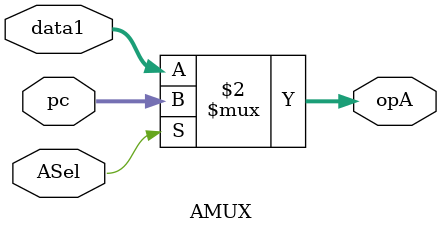
<source format=v>
`timescale 1ns / 1ps

module AMUX(
    input  wire [31:0] data1,
    input  wire [31:0] pc,
    input  wire        ASel,
    output reg  [31:0] opA
    );
    
    always @(*)
    begin
        opA = ASel ? pc : data1;
    end
    
endmodule

</source>
